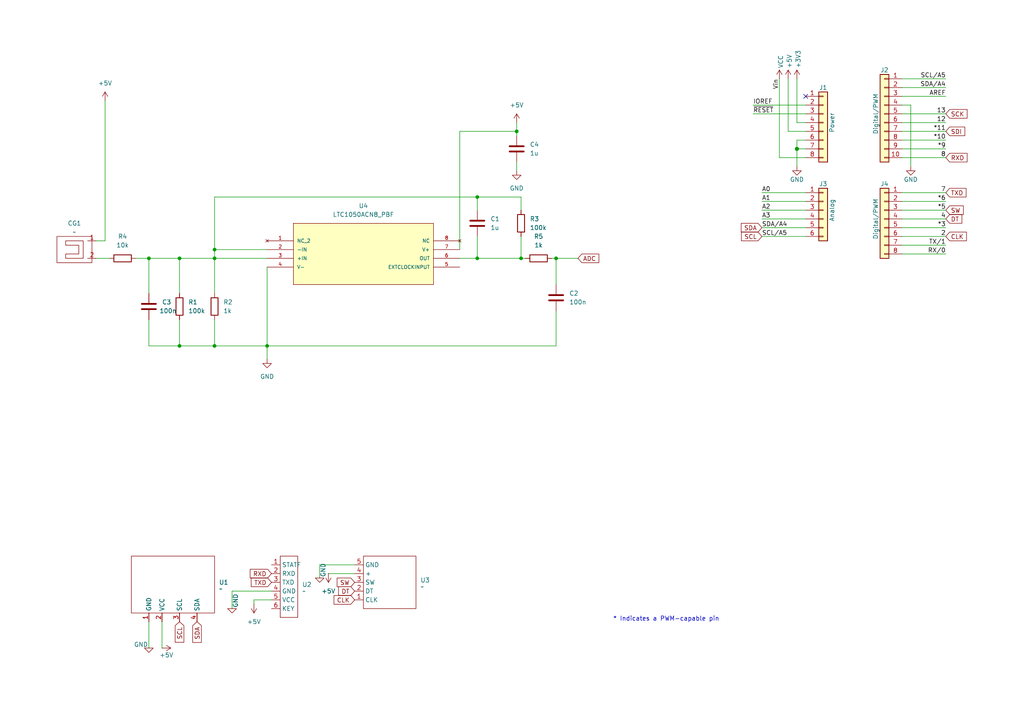
<source format=kicad_sch>
(kicad_sch (version 20250114) (generator "eeschema") (generator_version "9.0")
  (paper "A4")
  (title_block (date "mar. 31 mars 2015"))
  (lib_symbols
    (symbol "+5V_1" (power) (pin_numbers (hide yes)) (pin_names (offset 0) (hide yes))
      (property "Value" "+5V" (at 0 3.556 0))
      (symbol "+5V_1_0_1"
        (polyline (pts (xy -0.762 1.27) (xy 0 2.54)))
        (polyline (pts (xy 0 2.54) (xy 0.762 1.27)))
        (polyline (pts (xy 0 0) (xy 0 2.54)))
      )
      (symbol "+5V_1_1_1"
        (pin power_in line (at 0 0 90) (length 0) (name "~") (number "1"))
      )
    )
    (symbol "Connector_Generic:Conn_01x06" (pin_names (offset 1.016) (hide yes))
      (property "Reference" "J" (at 0 7.62 0))
      (property "Value" "Conn_01x06" (at 0 -10.16 0))
      (symbol "Conn_01x06_1_1"
        (rectangle (start -1.27 6.35) (end 1.27 -8.89) (stroke (width 0.254)) (fill (type background)))
        (rectangle (start -1.27 5.207) (end 0 4.953) (stroke (width 0.1524)))
        (rectangle (start -1.27 2.667) (end 0 2.413) (stroke (width 0.1524)))
        (rectangle (start -1.27 0.127) (end 0 -0.127) (stroke (width 0.1524)))
        (rectangle (start -1.27 -2.413) (end 0 -2.667) (stroke (width 0.1524)))
        (rectangle (start -1.27 -4.953) (end 0 -5.207) (stroke (width 0.1524)))
        (rectangle (start -1.27 -7.493) (end 0 -7.747) (stroke (width 0.1524)))
        (pin passive line (at -5.08 5.08 0) (length 3.81) (name "Pin_1") (number "1"))
        (pin passive line (at -5.08 2.54 0) (length 3.81) (name "Pin_2") (number "2"))
        (pin passive line (at -5.08 0 0) (length 3.81) (name "Pin_3") (number "3"))
        (pin passive line (at -5.08 -2.54 0) (length 3.81) (name "Pin_4") (number "4"))
        (pin passive line (at -5.08 -5.08 0) (length 3.81) (name "Pin_5") (number "5"))
        (pin passive line (at -5.08 -7.62 0) (length 3.81) (name "Pin_6") (number "6"))
      )
    )
    (symbol "Connector_Generic:Conn_01x08" (pin_names (offset 1.016) (hide yes))
      (property "Reference" "J" (at 0 10.16 0))
      (property "Value" "Conn_01x08" (at 0 -12.7 0))
      (symbol "Conn_01x08_1_1"
        (rectangle (start -1.27 8.89) (end 1.27 -11.43) (stroke (width 0.254)) (fill (type background)))
        (rectangle (start -1.27 7.747) (end 0 7.493) (stroke (width 0.1524)))
        (rectangle (start -1.27 5.207) (end 0 4.953) (stroke (width 0.1524)))
        (rectangle (start -1.27 2.667) (end 0 2.413) (stroke (width 0.1524)))
        (rectangle (start -1.27 0.127) (end 0 -0.127) (stroke (width 0.1524)))
        (rectangle (start -1.27 -2.413) (end 0 -2.667) (stroke (width 0.1524)))
        (rectangle (start -1.27 -4.953) (end 0 -5.207) (stroke (width 0.1524)))
        (rectangle (start -1.27 -7.493) (end 0 -7.747) (stroke (width 0.1524)))
        (rectangle (start -1.27 -10.033) (end 0 -10.287) (stroke (width 0.1524)))
        (pin passive line (at -5.08 7.62 0) (length 3.81) (name "Pin_1") (number "1"))
        (pin passive line (at -5.08 5.08 0) (length 3.81) (name "Pin_2") (number "2"))
        (pin passive line (at -5.08 2.54 0) (length 3.81) (name "Pin_3") (number "3"))
        (pin passive line (at -5.08 0 0) (length 3.81) (name "Pin_4") (number "4"))
        (pin passive line (at -5.08 -2.54 0) (length 3.81) (name "Pin_5") (number "5"))
        (pin passive line (at -5.08 -5.08 0) (length 3.81) (name "Pin_6") (number "6"))
        (pin passive line (at -5.08 -7.62 0) (length 3.81) (name "Pin_7") (number "7"))
        (pin passive line (at -5.08 -10.16 0) (length 3.81) (name "Pin_8") (number "8"))
      )
    )
    (symbol "Connector_Generic:Conn_01x10" (pin_names (offset 1.016) (hide yes))
      (property "Reference" "J" (at 0 12.7 0))
      (property "Value" "Conn_01x10" (at 0 -15.24 0))
      (symbol "Conn_01x10_1_1"
        (rectangle (start -1.27 11.43) (end 1.27 -13.97) (stroke (width 0.254)) (fill (type background)))
        (rectangle (start -1.27 10.287) (end 0 10.033) (stroke (width 0.1524)))
        (rectangle (start -1.27 7.747) (end 0 7.493) (stroke (width 0.1524)))
        (rectangle (start -1.27 5.207) (end 0 4.953) (stroke (width 0.1524)))
        (rectangle (start -1.27 2.667) (end 0 2.413) (stroke (width 0.1524)))
        (rectangle (start -1.27 0.127) (end 0 -0.127) (stroke (width 0.1524)))
        (rectangle (start -1.27 -2.413) (end 0 -2.667) (stroke (width 0.1524)))
        (rectangle (start -1.27 -4.953) (end 0 -5.207) (stroke (width 0.1524)))
        (rectangle (start -1.27 -7.493) (end 0 -7.747) (stroke (width 0.1524)))
        (rectangle (start -1.27 -10.033) (end 0 -10.287) (stroke (width 0.1524)))
        (rectangle (start -1.27 -12.573) (end 0 -12.827) (stroke (width 0.1524)))
        (pin passive line (at -5.08 10.16 0) (length 3.81) (name "Pin_1") (number "1"))
        (pin passive line (at -5.08 7.62 0) (length 3.81) (name "Pin_2") (number "2"))
        (pin passive line (at -5.08 5.08 0) (length 3.81) (name "Pin_3") (number "3"))
        (pin passive line (at -5.08 2.54 0) (length 3.81) (name "Pin_4") (number "4"))
        (pin passive line (at -5.08 0 0) (length 3.81) (name "Pin_5") (number "5"))
        (pin passive line (at -5.08 -2.54 0) (length 3.81) (name "Pin_6") (number "6"))
        (pin passive line (at -5.08 -5.08 0) (length 3.81) (name "Pin_7") (number "7"))
        (pin passive line (at -5.08 -7.62 0) (length 3.81) (name "Pin_8") (number "8"))
        (pin passive line (at -5.08 -10.16 0) (length 3.81) (name "Pin_9") (number "9"))
        (pin passive line (at -5.08 -12.7 0) (length 3.81) (name "Pin_10") (number "10"))
      )
    )
    (symbol "Device:C" (pin_numbers (hide yes)) (pin_names (offset 0.254))
      (property "Reference" "C" (at 0.635 2.54 0))
      (property "Value" "C" (at 0.635 -2.54 0))
      (symbol "C_0_1"
        (polyline (pts (xy -2.032 0.762) (xy 2.032 0.762)) (stroke (width 0.508)))
        (polyline (pts (xy -2.032 -0.762) (xy 2.032 -0.762)) (stroke (width 0.508)))
      )
      (symbol "C_1_1"
        (pin passive line (at 0 3.81 270) (length 2.794) (name "~") (number "1"))
        (pin passive line (at 0 -3.81 90) (length 2.794) (name "~") (number "2"))
      )
    )
    (symbol "Device:R" (pin_numbers (hide yes)) (pin_names (offset 0))
      (property "Reference" "R" (at 2.032 0 90))
      (property "Value" "R" (at 0 0 90))
      (symbol "R_0_1"
        (rectangle (start -1.016 -2.54) (end 1.016 2.54) (stroke (width 0.254)))
      )
      (symbol "R_1_1"
        (pin passive line (at 0 3.81 270) (length 1.27) (name "~") (number "1"))
        (pin passive line (at 0 -3.81 90) (length 1.27) (name "~") (number "2"))
      )
    )
    (symbol "LTC1050ACN8_PBF:LTC1050ACN8_PBF" (pin_names (offset 1.016))
      (property "Reference" "U" (at 23.2285 9.1237 0))
      (property "Value" "LTC1050ACN8_PBF" (at 22.6204 6.5902 0))
      (symbol "LTC1050ACN8_PBF_0_0"
        (rectangle (start 7.62 -12.7) (end 48.26 5.08) (stroke (width 0.1524)) (fill (type background)))
        (pin no_connect line (at 0 0 0) (length 7.62) (name "NC_2") (number "1"))
        (pin input line (at 0 -2.54 0) (length 7.62) (name "-IN") (number "2"))
        (pin input line (at 0 -5.08 0) (length 7.62) (name "+IN") (number "3"))
        (pin power_in line (at 0 -7.62 0) (length 7.62) (name "V-") (number "4"))
        (pin no_connect line (at 55.88 0 180) (length 7.62) (name "NC") (number "8"))
        (pin power_in line (at 55.88 -2.54 180) (length 7.62) (name "V+") (number "7"))
        (pin output line (at 55.88 -5.08 180) (length 7.62) (name "OUT") (number "6"))
        (pin input line (at 55.88 -7.62 180) (length 7.62) (name "EXTCLOCKINPUT") (number "5"))
      )
    )
    (symbol "My_Symbolic_Librairy:Capteur_graphene"
      (property "Reference" "CG" (at 0 0 0))
      (symbol "Capteur_graphene_0_1"
        (rectangle (start -6.35 3.81) (end 3.81 -3.81))
        (polyline (pts (xy -3.81 2.54) (xy 1.27 2.54) (xy 1.27 -2.54) (xy -3.81 -2.54) (xy -3.81 -1.27) (xy 0 -1.27) (xy 0 1.27) (xy -3.81 1.27) (xy -3.81 2.54)))
      )
      (symbol "Capteur_graphene_1_1"
        (pin input line (at 5.08 2.54 180) (length 2.54) (name "") (number "1"))
        (pin input line (at 5.08 -2.54 180) (length 2.54) (name "") (number "2"))
      )
    )
    (symbol "Simulation_SPICE:0" (power) (pin_numbers (hide yes)) (pin_names (offset 0) (hide yes))
      (property "Value" "0" (at 0 -2.54 0))
      (symbol "0_0_1"
        (polyline (pts (xy -1.27 0) (xy 0 -1.27) (xy 1.27 0) (xy -1.27 0)))
      )
      (symbol "0_1_1"
        (pin power_in line (at 0 0 0) (length 0) (name "~") (number "1"))
      )
    )
    (symbol "power:+3V3" (power) (pin_names (offset 0))
      (property "Value" "+3V3" (at 0 3.556 0))
      (symbol "+3V3_0_1"
        (polyline (pts (xy -0.762 1.27) (xy 0 2.54)))
        (polyline (pts (xy 0 2.54) (xy 0.762 1.27)))
        (polyline (pts (xy 0 0) (xy 0 2.54)))
      )
      (symbol "+3V3_1_1"
        (pin power_in line (at 0 0 90) (length 0) (hide yes) (name "+3V3") (number "1"))
      )
    )
    (symbol "power:+5V" (power) (pin_names (offset 0))
      (property "Value" "+5V" (at 0 3.556 0))
      (symbol "+5V_0_1"
        (polyline (pts (xy -0.762 1.27) (xy 0 2.54)))
        (polyline (pts (xy 0 2.54) (xy 0.762 1.27)))
        (polyline (pts (xy 0 0) (xy 0 2.54)))
      )
      (symbol "+5V_1_1"
        (pin power_in line (at 0 0 90) (length 0) (hide yes) (name "+5V") (number "1"))
      )
    )
    (symbol "power:GND" (power) (pin_names (offset 0))
      (property "Value" "GND" (at 0 -3.81 0))
      (symbol "GND_0_1"
        (polyline (pts (xy 0 0) (xy 0 -1.27) (xy 1.27 -1.27) (xy 0 -2.54) (xy -1.27 -1.27) (xy 0 -1.27)))
      )
      (symbol "GND_1_1"
        (pin power_in line (at 0 0 270) (length 0) (hide yes) (name "GND") (number "1"))
      )
    )
    (symbol "power:VCC" (power) (pin_names (offset 0))
      (property "Value" "VCC" (at 0 3.81 0))
      (symbol "VCC_0_1"
        (polyline (pts (xy -0.762 1.27) (xy 0 2.54)))
        (polyline (pts (xy 0 2.54) (xy 0.762 1.27)))
        (polyline (pts (xy 0 0) (xy 0 2.54)))
      )
      (symbol "VCC_1_1"
        (pin power_in line (at 0 0 90) (length 0) (hide yes) (name "VCC") (number "1"))
      )
    )
    (symbol "symbol_library:BLUETOOTH"
      (property "Reference" "U" (at 0 0 0))
      (symbol "BLUETOOTH_0_1"
        (polyline (pts (xy -8.89 -2.54) (xy 8.89 -2.54) (xy 8.89 -7.62) (xy -8.89 -7.62) (xy -8.89 -2.54)))
      )
      (symbol "BLUETOOTH_1_1"
        (pin input line (at -6.35 0 270) (length 2.54) (name "KEY") (number "6"))
        (pin input line (at -3.81 0 270) (length 2.54) (name "VCC") (number "5"))
        (pin input line (at -1.27 0 270) (length 2.54) (name "GND") (number "4"))
        (pin input line (at 1.27 0 270) (length 2.54) (name "TXD") (number "3"))
        (pin input line (at 3.81 0 270) (length 2.54) (name "RXD") (number "2"))
        (pin input line (at 6.35 0 270) (length 2.54) (name "STATF") (number "1"))
      )
    )
    (symbol "symbol_library:ENCODEUR_ROTATION"
      (property "Reference" "U" (at 0 0 0))
      (symbol "ENCODEUR_ROTATION_0_1"
        (rectangle (start -7.62 -2.54) (end 7.62 -17.78))
      )
      (symbol "ENCODEUR_ROTATION_1_1"
        (pin input line (at -5.08 0 270) (length 2.54) (name "CLK") (number "1"))
        (pin input line (at -2.54 0 270) (length 2.54) (name "DT") (number "2"))
        (pin input line (at 0 0 270) (length 2.54) (name "SW") (number "3"))
        (pin input line (at 2.54 0 270) (length 2.54) (name "+") (number "4"))
        (pin input line (at 5.08 0 270) (length 2.54) (name "GND") (number "5"))
      )
    )
    (symbol "symbol_library:OLED"
      (property "Reference" "U" (at 0 0 0))
      (symbol "OLED_0_1"
        (rectangle (start -11.43 0) (end 12.7 16.51))
      )
      (symbol "OLED_1_1"
        (pin input line (at -6.35 -2.54 90) (length 2.54) (name "GND") (number "1"))
        (pin input line (at -2.54 -2.54 90) (length 2.54) (name "VCC") (number "2"))
        (pin input line (at 2.54 -2.54 90) (length 2.54) (name "SCL") (number "3"))
        (pin input line (at 7.62 -2.54 90) (length 2.54) (name "SDA") (number "4"))
      )
    )
  )
  (text "* Indicates a PWM-capable pin" (at 177.8 180.34 0) (effects (font (size 1.27 1.27)) (justify left bottom)))
  (junction (at 43.18 74.93))
  (junction (at 52.07 100.33))
  (junction (at 149.86 38.1))
  (junction (at 138.43 57.15))
  (junction (at 231.14 43.18) (diameter 1.016))
  (junction (at 77.47 100.33))
  (junction (at 52.07 74.93))
  (junction (at 161.29 74.93))
  (junction (at 151.13 74.93))
  (junction (at 62.23 100.33))
  (junction (at 62.23 72.39))
  (junction (at 138.43 74.93))
  (junction (at 62.23 74.93))
  (no_connect (at 233.68 27.94))
  (wire (pts (xy 261.62 73.66) (xy 274.32 73.66)))
  (wire (pts (xy 62.23 72.39) (xy 62.23 74.93)))
  (wire (pts (xy 151.13 60.96) (xy 151.13 57.15)))
  (wire (pts (xy 261.62 22.86) (xy 274.32 22.86)))
  (wire (pts (xy 231.14 40.64) (xy 231.14 43.18)))
  (wire (pts (xy 151.13 74.93) (xy 152.4 74.93)))
  (wire (pts (xy 220.98 68.58) (xy 233.68 68.58)))
  (wire (pts (xy 231.14 43.18) (xy 231.14 48.26)))
  (wire (pts (xy 138.43 68.58) (xy 138.43 74.93)))
  (wire (pts (xy 151.13 68.58) (xy 151.13 74.93)))
  (wire (pts (xy 231.14 35.56) (xy 233.68 35.56)))
  (wire (pts (xy 77.47 100.33) (xy 77.47 104.14)))
  (wire (pts (xy 228.6 38.1) (xy 233.68 38.1)))
  (wire (pts (xy 161.29 74.93) (xy 161.29 82.55)))
  (wire (pts (xy 46.99 180.34) (xy 46.99 187.96)))
  (wire (pts (xy 228.6 22.86) (xy 228.6 38.1)))
  (wire (pts (xy 62.23 57.15) (xy 62.23 72.39)))
  (wire (pts (xy 151.13 57.15) (xy 138.43 57.15)))
  (wire (pts (xy 78.74 173.99) (xy 73.66 173.99)))
  (wire (pts (xy 261.62 33.02) (xy 274.32 33.02)))
  (wire (pts (xy 231.14 22.86) (xy 231.14 35.56)))
  (wire (pts (xy 261.62 55.88) (xy 274.32 55.88)))
  (wire (pts (xy 73.66 173.99) (xy 73.66 175.26)))
  (wire (pts (xy 233.68 55.88) (xy 220.98 55.88)))
  (wire (pts (xy 261.62 35.56) (xy 274.32 35.56)))
  (wire (pts (xy 43.18 92.71) (xy 43.18 100.33)))
  (wire (pts (xy 261.62 38.1) (xy 274.32 38.1)))
  (wire (pts (xy 261.62 58.42) (xy 274.32 58.42)))
  (wire (pts (xy 27.94 74.93) (xy 31.75 74.93)))
  (wire (pts (xy 43.18 100.33) (xy 52.07 100.33)))
  (wire (pts (xy 138.43 74.93) (xy 151.13 74.93)))
  (wire (pts (xy 52.07 92.71) (xy 52.07 100.33)))
  (wire (pts (xy 95.25 166.37) (xy 102.87 166.37)))
  (wire (pts (xy 77.47 72.39) (xy 62.23 72.39)))
  (wire (pts (xy 261.62 43.18) (xy 274.32 43.18)))
  (wire (pts (xy 52.07 74.93) (xy 62.23 74.93)))
  (wire (pts (xy 67.31 171.45) (xy 67.31 176.53)))
  (wire (pts (xy 149.86 38.1) (xy 149.86 35.56)))
  (wire (pts (xy 261.62 63.5) (xy 274.32 63.5)))
  (wire (pts (xy 161.29 74.93) (xy 167.64 74.93)))
  (wire (pts (xy 218.44 30.48) (xy 233.68 30.48)))
  (wire (pts (xy 62.23 92.71) (xy 62.23 100.33)))
  (wire (pts (xy 264.16 30.48) (xy 264.16 48.26)))
  (wire (pts (xy 43.18 74.93) (xy 52.07 74.93)))
  (wire (pts (xy 133.35 72.39) (xy 133.35 38.1)))
  (wire (pts (xy 138.43 57.15) (xy 62.23 57.15)))
  (wire (pts (xy 52.07 100.33) (xy 62.23 100.33)))
  (wire (pts (xy 43.18 74.93) (xy 43.18 85.09)))
  (wire (pts (xy 261.62 27.94) (xy 274.32 27.94)))
  (wire (pts (xy 52.07 74.93) (xy 52.07 85.09)))
  (wire (pts (xy 233.68 60.96) (xy 220.98 60.96)))
  (wire (pts (xy 218.44 33.02) (xy 233.68 33.02)))
  (wire (pts (xy 233.68 43.18) (xy 231.14 43.18)))
  (wire (pts (xy 149.86 46.99) (xy 149.86 49.53)))
  (wire (pts (xy 62.23 74.93) (xy 77.47 74.93)))
  (wire (pts (xy 233.68 45.72) (xy 226.06 45.72)))
  (wire (pts (xy 220.98 58.42) (xy 233.68 58.42)))
  (wire (pts (xy 62.23 100.33) (xy 77.47 100.33)))
  (wire (pts (xy 27.94 69.85) (xy 30.48 69.85)))
  (wire (pts (xy 261.62 40.64) (xy 274.32 40.64)))
  (wire (pts (xy 261.62 30.48) (xy 264.16 30.48)))
  (wire (pts (xy 30.48 29.21) (xy 30.48 69.85)))
  (wire (pts (xy 233.68 40.64) (xy 231.14 40.64)))
  (wire (pts (xy 62.23 74.93) (xy 62.23 85.09)))
  (wire (pts (xy 138.43 60.96) (xy 138.43 57.15)))
  (wire (pts (xy 261.62 60.96) (xy 274.32 60.96)))
  (wire (pts (xy 92.71 163.83) (xy 102.87 163.83)))
  (wire (pts (xy 161.29 100.33) (xy 77.47 100.33)))
  (wire (pts (xy 220.98 63.5) (xy 233.68 63.5)))
  (wire (pts (xy 78.74 171.45) (xy 67.31 171.45)))
  (wire (pts (xy 133.35 38.1) (xy 149.86 38.1)))
  (wire (pts (xy 39.37 74.93) (xy 43.18 74.93)))
  (wire (pts (xy 92.71 163.83) (xy 92.71 167.64)))
  (wire (pts (xy 149.86 38.1) (xy 149.86 39.37)))
  (wire (pts (xy 261.62 25.4) (xy 274.32 25.4)))
  (wire (pts (xy 261.62 68.58) (xy 274.32 68.58)))
  (wire (pts (xy 261.62 66.04) (xy 274.32 66.04)))
  (wire (pts (xy 77.47 77.47) (xy 77.47 100.33)))
  (wire (pts (xy 133.35 74.93) (xy 138.43 74.93)))
  (wire (pts (xy 160.02 74.93) (xy 161.29 74.93)))
  (wire (pts (xy 43.18 187.96) (xy 43.18 180.34)))
  (wire (pts (xy 161.29 100.33) (xy 161.29 90.17)))
  (wire (pts (xy 261.62 71.12) (xy 274.32 71.12)))
  (wire (pts (xy 226.06 45.72) (xy 226.06 22.86)))
  (wire (pts (xy 233.68 66.04) (xy 220.98 66.04)))
  (wire (pts (xy 261.62 45.72) (xy 274.32 45.72)))
  (label "RX{slash}0" (at 274.32 73.66 180))
  (label "A2" (at 220.98 60.96 0))
  (label "4" (at 274.32 63.5 180))
  (label "2" (at 274.32 68.58 180))
  (label "A3" (at 220.98 63.5 0))
  (label "13" (at 274.32 33.02 180))
  (label "12" (at 274.32 35.56 180))
  (label "~{RESET}" (at 218.44 33.02 0))
  (label "*10" (at 274.32 40.64 180))
  (label "7" (at 274.32 55.88 180))
  (label "SDA{slash}A4" (at 274.32 25.4 180))
  (label "8" (at 274.32 45.72 180))
  (label "*11" (at 274.32 38.1 180))
  (label "*3" (at 274.32 66.04 180))
  (label "A1" (at 220.98 58.42 0))
  (label "TX{slash}1" (at 274.32 71.12 180))
  (label "A0" (at 220.98 55.88 0))
  (label "AREF" (at 274.32 27.94 180))
  (label "Vin" (at 226.06 22.86 270))
  (label "*6" (at 274.32 58.42 180))
  (label "SCL{slash}A5" (at 274.32 22.86 180))
  (label "*9" (at 274.32 43.18 180))
  (label "*5" (at 274.32 60.96 180))
  (label "IOREF" (at 218.44 30.48 0))
  (label "SDA{slash}A4" (at 220.98 66.04 0))
  (label "SCL{slash}A5" (at 220.98 68.58 0))
  (global_label "RXD" (shape input) (at 274.32 45.72 0) (property "Intersheetrefs" "${INTERSHEET_REFS}" (effects (hide yes))))
  (global_label "SDA" (shape input) (at 220.98 66.04 180) (property "Intersheetrefs" "${INTERSHEET_REFS}" (effects (hide yes))))
  (global_label "SCK" (shape input) (at 274.32 33.02 0) (property "Intersheetrefs" "${INTERSHEET_REFS}" (effects (hide yes))))
  (global_label "RXD" (shape input) (at 78.74 166.37 180) (property "Intersheetrefs" "${INTERSHEET_REFS}" (effects (hide yes))))
  (global_label "DT" (shape input) (at 274.32 63.5 0) (property "Intersheetrefs" "${INTERSHEET_REFS}" (effects (hide yes))))
  (global_label "SDI" (shape input) (at 274.32 38.1 0) (property "Intersheetrefs" "${INTERSHEET_REFS}" (effects (hide yes))))
  (global_label "TXD" (shape input) (at 78.74 168.91 180) (property "Intersheetrefs" "${INTERSHEET_REFS}" (effects (hide yes))))
  (global_label "SW" (shape input) (at 274.32 60.96 0) (property "Intersheetrefs" "${INTERSHEET_REFS}" (effects (hide yes))))
  (global_label "SDA" (shape input) (at 57.15 180.34 270) (property "Intersheetrefs" "${INTERSHEET_REFS}" (effects (hide yes))))
  (global_label "SW" (shape input) (at 102.87 168.91 180) (property "Intersheetrefs" "${INTERSHEET_REFS}" (effects (hide yes))))
  (global_label "DT" (shape input) (at 102.87 171.45 180) (property "Intersheetrefs" "${INTERSHEET_REFS}" (effects (hide yes))))
  (global_label "CLK" (shape input) (at 274.32 68.58 0) (property "Intersheetrefs" "${INTERSHEET_REFS}" (effects (hide yes))))
  (global_label "SCL" (shape input) (at 220.98 68.58 180) (property "Intersheetrefs" "${INTERSHEET_REFS}" (effects (hide yes))))
  (global_label "TXD" (shape input) (at 274.32 55.88 0) (property "Intersheetrefs" "${INTERSHEET_REFS}" (effects (hide yes))))
  (global_label "SCL" (shape input) (at 52.07 180.34 270) (property "Intersheetrefs" "${INTERSHEET_REFS}" (effects (hide yes))))
  (global_label "ADC" (shape input) (at 167.64 74.93 0) (property "Intersheetrefs" "${INTERSHEET_REFS}" (effects (hide yes))))
  (global_label "CLK" (shape input) (at 102.87 173.99 180) (property "Intersheetrefs" "${INTERSHEET_REFS}" (effects (hide yes))))
  (symbol (lib_id "Connector_Generic:Conn_01x08") (at 238.76 35.56 0) (unit 1)
    (property "Reference" "J1" (at 238.76 25.4 0))
    (property "Value" "Power" (at 241.3 35.56 90))
    (property "Footprint" "Connector_PinSocket_2.54mm:PinSocket_1x08_P2.54mm_Vertical" (effects (hide yes)))
  )
  (symbol (lib_id "power:+3V3") (at 231.14 22.86 0) (unit 1)
    (property "Reference" "#PWR03" (effects (hide yes)))
    (property "Value" "+3V3" (at 231.521 19.812 90) (effects (justify left)))
  )
  (symbol (lib_id "power:+5V") (at 228.6 22.86 0) (unit 1)
    (property "Reference" "#PWR02" (effects (hide yes)))
    (property "Value" "+5V" (at 228.9556 19.812 90) (effects (justify left)))
  )
  (symbol (lib_id "power:GND") (at 231.14 48.26 0) (unit 1)
    (property "Reference" "#PWR04" (effects (hide yes)))
    (property "Value" "GND" (at 231.14 52.07 0))
  )
  (symbol (lib_id "Connector_Generic:Conn_01x10") (at 256.54 33.02 0) (mirror y) (unit 1)
    (property "Reference" "J2" (at 256.54 20.32 0))
    (property "Value" "Digital/PWM" (at 254 33.02 90))
    (property "Footprint" "Connector_PinSocket_2.54mm:PinSocket_1x10_P2.54mm_Vertical" (effects (hide yes)))
  )
  (symbol (lib_id "power:GND") (at 264.16 48.26 0) (unit 1)
    (property "Reference" "#PWR05" (effects (hide yes)))
    (property "Value" "GND" (at 264.16 52.07 0))
  )
  (symbol (lib_id "Connector_Generic:Conn_01x06") (at 238.76 60.96 0) (unit 1)
    (property "Reference" "J3" (at 238.76 53.34 0))
    (property "Value" "Analog" (at 241.3 60.96 90))
    (property "Footprint" "Connector_PinSocket_2.54mm:PinSocket_1x06_P2.54mm_Vertical" (effects (hide yes)))
  )
  (symbol (lib_id "Connector_Generic:Conn_01x08") (at 256.54 63.5 0) (mirror y) (unit 1)
    (property "Reference" "J4" (at 256.54 53.34 0))
    (property "Value" "Digital/PWM" (at 254 63.5 90))
    (property "Footprint" "Connector_PinSocket_2.54mm:PinSocket_1x08_P2.54mm_Vertical" (effects (hide yes)))
  )
  (symbol (lib_id "Device:C") (at 149.86 43.18 180) (unit 1)
    (property "Reference" "C4" (at 153.67 41.9099 0) (effects (justify right)))
    (property "Value" "1u" (at 153.67 44.4499 0) (effects (justify right)))
    (property "Description" "Unpolarized capacitor" (effects (hide yes)))
  )
  (symbol (lib_id "power:+5V") (at 30.48 29.21 0) (unit 1)
    (property "Reference" "#PWR09" (effects (hide yes)))
    (property "Value" "+5V" (at 30.48 24.13 0))
    (property "Description" "Power symbol creates a global label with name \"+5V\"" (effects (hide yes)))
  )
  (symbol (lib_id "Device:C") (at 138.43 64.77 0) (unit 1)
    (property "Reference" "C1" (at 142.24 63.4999 0) (effects (justify left)))
    (property "Value" "1u" (at 142.24 66.0399 0) (effects (justify left)))
    (property "Footprint" "Capacitor_THT:C_Rect_L7.2mm_W5.5mm_P5.00mm_FKS2_FKP2_MKS2_MKP2" (effects (hide yes)))
    (property "Description" "Unpolarized capacitor" (effects (hide yes)))
  )
  (symbol (lib_id "Device:C") (at 161.29 86.36 0) (unit 1)
    (property "Reference" "C2" (at 165.1 85.0899 0) (effects (justify left)))
    (property "Value" "100n" (at 165.1 87.6299 0) (effects (justify left)))
    (property "Footprint" "Capacitor_SMD:C_0603_1608Metric" (effects (hide yes)))
    (property "Description" "Unpolarized capacitor" (effects (hide yes)))
  )
  (symbol (lib_id "Device:R") (at 35.56 74.93 90) (unit 1)
    (property "Reference" "R4" (at 35.56 68.58 90))
    (property "Value" "10k" (at 35.56 71.12 90))
    (property "Footprint" "Resistor_THT:R_Axial_DIN0204_L3.6mm_D1.6mm_P5.08mm_Horizontal" (effects (hide yes)))
    (property "Description" "Resistor" (effects (hide yes)))
  )
  (symbol (lib_id "symbol_library:BLUETOOTH") (at 78.74 170.18 90) (unit 1)
    (property "Reference" "U2" (at 87.63 169.5449 90) (effects (justify right)))
    (property "Value" "~" (at 87.63 171.45 90) (effects (justify right)))
    (property "Footprint" "emprente:BLUETOOTH2" (effects (hide yes)))
  )
  (symbol (lib_id "symbol_library:ENCODEUR_ROTATION") (at 102.87 168.91 90) (unit 1)
    (property "Reference" "U3" (at 121.92 168.2749 90) (effects (justify right)))
    (property "Value" "~" (at 121.92 170.18 90) (effects (justify right)))
    (property "Footprint" "emprente:ENCODEUR ROTATION" (effects (hide yes)))
  )
  (symbol (lib_id "Simulation_SPICE:0") (at 43.18 187.96 0) (unit 1)
    (property "Reference" "#GND01" (effects (hide yes)))
    (property "Value" "GND" (at 40.894 186.944 0))
    (property "Datasheet" "https://ngspice.sourceforge.io/docs/ngspice-html-manual/manual.xhtml#subsec_Circuit_elements__device" (effects (hide yes)))
    (property "Description" "0V reference potential for simulation" (effects (hide yes)))
  )
  (symbol (lib_id "LTC1050ACN8_PBF:LTC1050ACN8_PBF") (at 77.47 69.85 0) (unit 1)
    (property "Reference" "U4" (at 105.41 59.69 0))
    (property "Value" "LTC1050ACN8_PBF" (at 105.41 62.23 0))
    (property "Footprint" "LTC1050ACN8_PBF:PDIP-8_N" (effects (hide yes)))
    (property "MF" "Analog Devices" (effects (hide yes)))
    (property "VENDOR" "Linear Technology" (effects (hide yes)))
    (property "Description_1" "LTC1050 - Precision Zero-Drift Operational Amplifier with Internal Capacitors" (effects (hide yes)))
    (property "COPYRIGHT" "Copyright C 2016 Accelerated Designs. All rights reserved" (effects (hide yes)))
    (property "Package" "PDIP-8 Linear Technology" (effects (hide yes)))
    (property "Price" "None" (effects (hide yes)))
    (property "Check_prices" "https://www.snapeda.com/parts/LTC1050ACN8%23PBF/Analog+Devices/view-part/?ref=eda" (effects (hide yes)))
    (property "SnapEDA_Link" "https://www.snapeda.com/parts/LTC1050ACN8%23PBF/Analog+Devices/view-part/?ref=snap" (effects (hide yes)))
    (property "MP" "LTC1050ACN8#PBF" (effects (hide yes)))
    (property "Availability" "In Stock" (effects (hide yes)))
    (property "MANUFACTURER_PART_NUMBER" "ltc1050acn8" (effects (hide yes)))
  )
  (symbol (lib_name "+5V_1") (lib_id "power:+5V") (at 73.66 175.26 180) (unit 1)
    (property "Reference" "#PWR07" (effects (hide yes)))
    (property "Value" "+5V" (at 73.66 180.34 0))
    (property "Description" "Power symbol creates a global label with name \"+5V\"" (effects (hide yes)))
  )
  (symbol (lib_id "power:VCC") (at 226.06 22.86 0) (unit 1)
    (property "Reference" "#PWR01" (effects (hide yes)))
    (property "Value" "VCC" (at 226.441 19.812 90) (effects (justify left)))
  )
  (symbol (lib_id "symbol_library:OLED") (at 49.53 177.8 0) (unit 1)
    (property "Reference" "U1" (at 63.5 168.9099 0) (effects (justify left)))
    (property "Value" "~" (at 63.5 170.815 0) (effects (justify left)))
    (property "Footprint" "emprente:SIP-4" (effects (hide yes)))
  )
  (symbol (lib_id "Device:R") (at 151.13 64.77 180) (unit 1)
    (property "Reference" "R3" (at 153.67 63.4999 0) (effects (justify right)))
    (property "Value" "100k" (at 153.67 66.0399 0) (effects (justify right)))
    (property "Footprint" "Resistor_THT:R_Axial_DIN0204_L3.6mm_D1.6mm_P5.08mm_Horizontal" (effects (hide yes)))
    (property "Description" "Resistor" (effects (hide yes)))
  )
  (symbol (lib_id "power:+5V") (at 149.86 35.56 0) (unit 1)
    (property "Reference" "#PWR012" (effects (hide yes)))
    (property "Value" "+5V" (at 149.86 30.48 0))
    (property "Description" "Power symbol creates a global label with name \"+5V\"" (effects (hide yes)))
  )
  (symbol (lib_id "Simulation_SPICE:0") (at 67.31 176.53 0) (unit 1)
    (property "Reference" "#GND02" (effects (hide yes)))
    (property "Value" "GND" (at 68.326 176.276 90) (effects (justify left)))
    (property "Datasheet" "https://ngspice.sourceforge.io/docs/ngspice-html-manual/manual.xhtml#subsec_Circuit_elements__device" (effects (hide yes)))
    (property "Description" "0V reference potential for simulation" (effects (hide yes)))
  )
  (symbol (lib_id "Simulation_SPICE:0") (at 92.71 167.64 0) (unit 1)
    (property "Reference" "#GND03" (effects (hide yes)))
    (property "Value" "GND" (at 93.726 167.386 90) (effects (justify left)))
    (property "Datasheet" "https://ngspice.sourceforge.io/docs/ngspice-html-manual/manual.xhtml#subsec_Circuit_elements__device" (effects (hide yes)))
    (property "Description" "0V reference potential for simulation" (effects (hide yes)))
  )
  (symbol (lib_name "+5V_1") (lib_id "power:+5V") (at 95.25 166.37 180) (unit 1)
    (property "Reference" "#PWR08" (effects (hide yes)))
    (property "Value" "+5V" (at 95.25 171.45 0))
    (property "Description" "Power symbol creates a global label with name \"+5V\"" (effects (hide yes)))
  )
  (symbol (lib_id "power:GND") (at 77.47 104.14 0) (unit 1)
    (property "Reference" "#PWR010" (effects (hide yes)))
    (property "Value" "GND" (at 77.47 109.22 0))
    (property "Description" "Power symbol creates a global label with name \"GND\" , ground" (effects (hide yes)))
  )
  (symbol (lib_id "Device:R") (at 156.21 74.93 90) (unit 1)
    (property "Reference" "R5" (at 156.21 68.58 90))
    (property "Value" "1k" (at 156.21 71.12 90))
    (property "Footprint" "Resistor_THT:R_Axial_DIN0204_L3.6mm_D1.6mm_P5.08mm_Horizontal" (effects (hide yes)))
    (property "Description" "Resistor" (effects (hide yes)))
  )
  (symbol (lib_name "+5V_1") (lib_id "power:+5V") (at 46.99 187.96 270) (unit 1)
    (property "Reference" "#PWR06" (effects (hide yes)))
    (property "Value" "+5V" (at 46.228 189.992 90) (effects (justify left)))
    (property "Description" "Power symbol creates a global label with name \"+5V\"" (effects (hide yes)))
  )
  (symbol (lib_id "My_Symbolic_Librairy:Capteur_graphene") (at 22.86 72.39 0) (unit 1)
    (property "Reference" "CG1" (at 21.59 64.77 0))
    (property "Value" "~" (at 21.59 67.31 0))
    (property "Footprint" "My_footprints_Librairy:SIP-2" (effects (hide yes)))
  )
  (symbol (lib_id "Device:C") (at 43.18 88.9 180) (unit 1)
    (property "Reference" "C3" (at 46.99 87.6299 0) (effects (justify right)))
    (property "Value" "100n" (at 46.228 90.17 0) (effects (justify right)))
    (property "Footprint" "Capacitor_SMD:C_0603_1608Metric" (effects (hide yes)))
    (property "Description" "Unpolarized capacitor" (effects (hide yes)))
  )
  (symbol (lib_id "power:GND") (at 149.86 49.53 0) (unit 1)
    (property "Reference" "#PWR011" (effects (hide yes)))
    (property "Value" "GND" (at 149.86 54.61 0))
    (property "Description" "Power symbol creates a global label with name \"GND\" , ground" (effects (hide yes)))
  )
  (symbol (lib_id "Device:R") (at 62.23 88.9 180) (unit 1)
    (property "Reference" "R2" (at 64.77 87.6299 0) (effects (justify right)))
    (property "Value" "1k" (at 64.77 90.1699 0) (effects (justify right)))
    (property "Footprint" "Resistor_THT:R_Axial_DIN0204_L3.6mm_D1.6mm_P5.08mm_Horizontal" (effects (hide yes)))
    (property "Description" "Resistor" (effects (hide yes)))
  )
  (symbol (lib_id "Device:R") (at 52.07 88.9 180) (unit 1)
    (property "Reference" "R1" (at 54.61 87.6299 0) (effects (justify right)))
    (property "Value" "100k" (at 54.61 90.1699 0) (effects (justify right)))
    (property "Footprint" "Resistor_THT:R_Axial_DIN0204_L3.6mm_D1.6mm_P5.08mm_Horizontal" (effects (hide yes)))
    (property "Description" "Resistor" (effects (hide yes)))
  )
)
</source>
